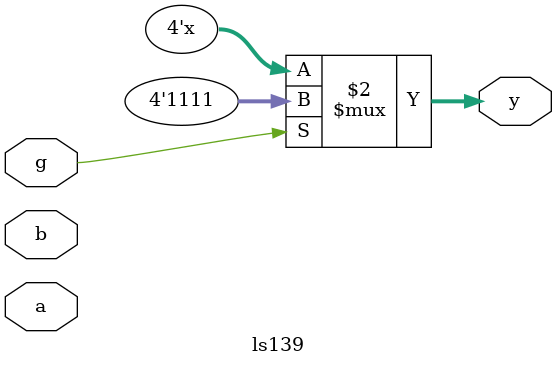
<source format=sv>
module ls139(y, g, a, b);
    output logic [3:0] y;
    input logic g, a, b;
    
    logic [3:0] y_g_b;
    always_comb begin
        y = (g) ? 4'b1111 : y_g_b;
        case({b, a})
            2'b00: y_g_b = 4'b1110;
            2'b01: y_g_b = 4'b1101;
            2'b10: y_g_b = 4'b1011;
            2'b11: y_g_b = 4'b0111;
        endcase
    end     

endmodule


</source>
